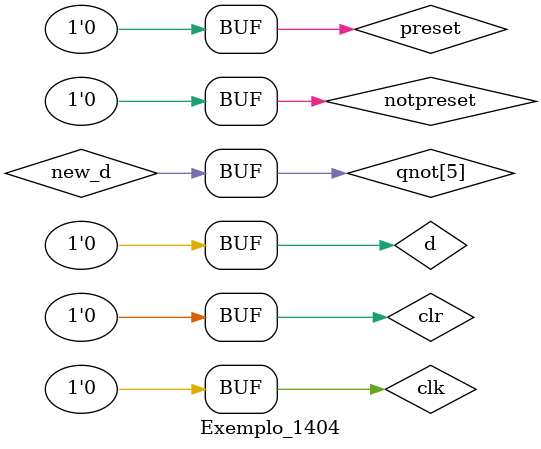
<source format=v>
/*
 Exemplo_1404.v - v0.0. - 05 / 11 / 2022
 Autor    : Gabriel Vargas Bento de Souza
 Matricula: 778023
 */

`include "FlipFlops.v"

/**
  Main
 */
module Exemplo_1404;
   wire q[5:0];       // q
   wire qnot[5:0];    // qnot
   reg  d;            // d (input)
   wire new_d;        // d       
   reg  clk;          // clock
   reg  preset;       // 1
   reg  notpreset;    // 0
   reg  clr;          // clear
   
   // instancias
   or  OR_1 (new_d, d, qnot[5]);

   dff D_1  (q[5], qnot[5], q[4],  clk, notpreset, clr);
   dff D_2  (q[4], qnot[4], q[3],  clk, notpreset, clr);
   dff D_3  (q[3], qnot[3], q[2],  clk, notpreset, clr);
   dff D_4  (q[2], qnot[2], q[1],  clk, notpreset, clr);
   dff D_5  (q[1], qnot[1], q[0],  clk, notpreset, clr);
   dff D_6  (q[0], qnot[0], new_d, clk,    preset, clr);

   
   // valores iniciais
   initial begin: start
      d         = 1'bx;
      clk       = 1'b0;
      preset    = 1'b1;
      notpreset = 1'b0;
      clr       = 1'b0;
   end

   // parte principal
   initial begin: main
       $display("Gabriel Vargas Bento de Souza - 778023");
       $display("Exemplo_1404\n");
       $display("(Left) 'Twisted Ring' Register - 6 bits - preset[xxxxx1]\n");

       // monitoramento
       $display(" data a b c d e f");
       $monitor(" %2b   %b %b %b %b %b %b", 
                 d, q[5], q[4], q[3], q[2], q[1], q[0]);

       // sinalizacao
           clk = ~clk; clk = ~clk;
       #1  clk = ~clk; clk = ~clk; d = 1'b1; preset = 1'b0;
       #1  clk = ~clk; clk = ~clk; d = 1'b0;
       #1  clk = ~clk; clk = ~clk; d = 1'b1;
       #1  clk = ~clk; clk = ~clk; d = 1'b1;
       #1  clk = ~clk; clk = ~clk; d = 1'b0;
       #1  clk = ~clk; clk = ~clk; d = 1'b0;
       #1  clk = ~clk; clk = ~clk; d = 1'b1;
       #1  clk = ~clk; clk = ~clk; d = 1'b1;
       #1  clk = ~clk; clk = ~clk; d = 1'b0;
       #1  clk = ~clk; clk = ~clk; d = 1'b0;
       #1  clk = ~clk; clk = ~clk; d = 1'b0;
       #1  clk = ~clk; clk = ~clk; d = 1'b0;
       #1  clk = ~clk; clk = ~clk; d = 1'b0;
       #1  clk = ~clk; clk = ~clk; d = 1'b0;
   end
endmodule // Exemplo_1404

/*
gabriel@desktop-ubuntu:~/Desktop/CC-PUC/2periodo/ARQ1/Tarefas/Guia14$ vvp Exemplo_1404.vvp
Gabriel Vargas Bento de Souza - 778023
Exemplo_1404

(Left) 'Twisted Ring' Register - 6 bits - preset[xxxxx1]

 data a b c d e f
  x   0 0 0 0 0 1
  1   0 0 0 0 1 1
  0   0 0 0 1 1 1
  1   0 0 1 1 1 1
  1   0 1 1 1 1 1
  0   1 1 1 1 1 1
  0   1 1 1 1 1 0
  1   1 1 1 1 0 0
  1   1 1 1 0 0 1
  0   1 1 0 0 1 1
  0   1 0 0 1 1 0
  0   0 0 1 1 0 0
  0   0 1 1 0 0 1
  0   1 1 0 0 1 1
  0   1 0 0 1 1 0
 
  // OBS.: Nao fiquei satisfeito com essa resolucao (logisim e verilog). A 
  // entrada de dados nao esta' de maneira satisfatoria.

*/
</source>
